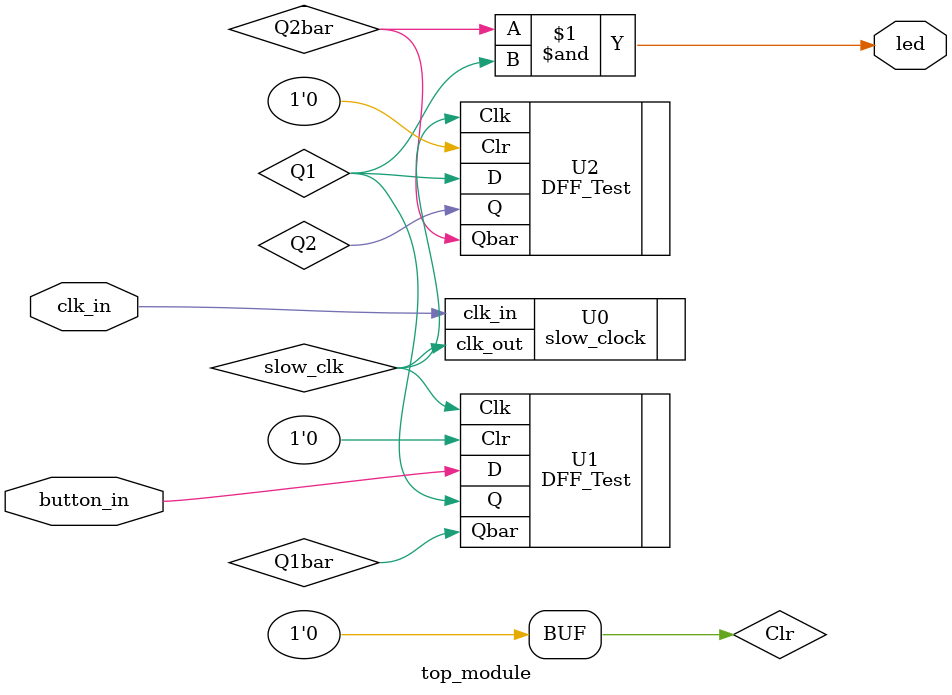
<source format=sv>
`timescale 1ns / 1ps


module top_module(
    input clk_in,
    input button_in,
    output led
    );
    
    reg Clr = 1'b0;
    wire slow_clk, Q1,Q1bar,Q2,Q2bar;
    // Instantition
    slow_clock U0(.clk_in(clk_in), .clk_out(slow_clk));
    DFF_Test U1(.D(button_in), .Clk(slow_clk), .Clr(Clr), .Q(Q1), .Qbar(Q1bar));
    DFF_Test U2(.D(Q1), .Clk(slow_clk), .Clr(Clr), .Q(Q2), .Qbar(Q2bar));
    
    assign led = Q2bar & Q1;
endmodule

</source>
